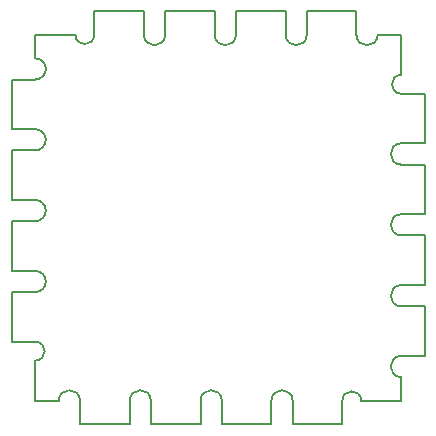
<source format=gbr>
G04 #@! TF.GenerationSoftware,KiCad,Pcbnew,(5.1.2-1)-1*
G04 #@! TF.CreationDate,2019-05-13T00:28:51-07:00*
G04 #@! TF.ProjectId,Left,4c656674-2e6b-4696-9361-645f70636258,rev?*
G04 #@! TF.SameCoordinates,Original*
G04 #@! TF.FileFunction,Profile,NP*
%FSLAX46Y46*%
G04 Gerber Fmt 4.6, Leading zero omitted, Abs format (unit mm)*
G04 Created by KiCad (PCBNEW (5.1.2-1)-1) date 2019-05-13 00:28:51*
%MOMM*%
%LPD*%
G04 APERTURE LIST*
%ADD10C,0.200000*%
G04 APERTURE END LIST*
D10*
X150770000Y-95329999D02*
G75*
G02X150770000Y-96929999I0J-800000D01*
G01*
X148770001Y-95329999D02*
X150770000Y-95329999D01*
X148770001Y-95329999D02*
X148770001Y-91129999D01*
X148770001Y-91129999D02*
X150770000Y-91129999D01*
X150770002Y-89329999D02*
G75*
G02X150770000Y-91129999I-1J-900000D01*
G01*
X148770001Y-89329999D02*
X150770000Y-89329999D01*
X148770001Y-89329999D02*
X148770001Y-85129999D01*
X148770001Y-85129999D02*
X150770000Y-85129999D01*
X150770002Y-83329999D02*
G75*
G02X150770000Y-85129999I-1J-900000D01*
G01*
X148770001Y-83329999D02*
X150770000Y-83329999D01*
X148770001Y-83329999D02*
X148770001Y-79129999D01*
X148770001Y-79129999D02*
X150770000Y-79129999D01*
X150770002Y-77329999D02*
G75*
G02X150770000Y-79129999I-1J-900000D01*
G01*
X148770001Y-77329999D02*
X150770000Y-77329999D01*
X148770001Y-77329999D02*
X148770001Y-73129999D01*
X148770001Y-73129999D02*
X150770000Y-73129999D01*
X150770002Y-71329999D02*
G75*
G02X150770000Y-73129999I-1J-900000D01*
G01*
X150770001Y-71329999D02*
X150770001Y-69329999D01*
X154170001Y-69329999D02*
X150770001Y-69329999D01*
X155770001Y-69329999D02*
G75*
G02X154170001Y-69329999I-800000J0D01*
G01*
X155770001Y-67329999D02*
X155770001Y-69329999D01*
X155770001Y-67329999D02*
X159970001Y-67329999D01*
X159970001Y-67329999D02*
X159970001Y-69329999D01*
X161770001Y-69329999D02*
G75*
G02X159970001Y-69329999I-900000J0D01*
G01*
X161770001Y-67329999D02*
X161770001Y-69329999D01*
X161770001Y-67329999D02*
X165970001Y-67329999D01*
X165970001Y-67329999D02*
X165970001Y-69329999D01*
X167770001Y-69329999D02*
G75*
G02X165970001Y-69329999I-900000J0D01*
G01*
X167770001Y-67329999D02*
X167770001Y-69329999D01*
X167770001Y-67329999D02*
X171970001Y-67329999D01*
X171970001Y-67329999D02*
X171970001Y-69329999D01*
X173770001Y-69329999D02*
G75*
G02X171970001Y-69329999I-900000J0D01*
G01*
X173770001Y-67329999D02*
X173770001Y-69329999D01*
X173770001Y-67329999D02*
X177970001Y-67329999D01*
X177970001Y-67329999D02*
X177970001Y-69329999D01*
X179770001Y-69329999D02*
G75*
G02X177970001Y-69329999I-900000J0D01*
G01*
X179770001Y-69329999D02*
X181770001Y-69329999D01*
X181770001Y-72729999D02*
X181770001Y-69329999D01*
X181770001Y-74329998D02*
G75*
G02X181770001Y-72730000I0J799999D01*
G01*
X183770001Y-74329999D02*
X181770001Y-74329999D01*
X183770001Y-74329999D02*
X183770001Y-78529999D01*
X183770001Y-78529999D02*
X181770001Y-78529999D01*
X181770001Y-80329998D02*
G75*
G02X181770001Y-78530000I0J899999D01*
G01*
X183770001Y-80329999D02*
X181770001Y-80329999D01*
X183770001Y-80329999D02*
X183770001Y-84529999D01*
X183770001Y-84529999D02*
X181770001Y-84529999D01*
X181770001Y-86329998D02*
G75*
G02X181770001Y-84530000I0J899999D01*
G01*
X183770001Y-86329999D02*
X181770001Y-86329999D01*
X183770001Y-86329999D02*
X183770001Y-90529999D01*
X183770001Y-90529999D02*
X181770001Y-90529999D01*
X181770001Y-92329999D02*
G75*
G02X181770001Y-90529999I0J900000D01*
G01*
X183770001Y-92330000D02*
X181770001Y-92329999D01*
X183770001Y-92330000D02*
X183770001Y-96530000D01*
X183770001Y-96530000D02*
X181770001Y-96530000D01*
X181770001Y-98330000D02*
G75*
G02X181770001Y-96530000I0J900000D01*
G01*
X181770001Y-98330000D02*
X181770001Y-100330000D01*
X178370001Y-100330000D02*
X181770001Y-100330000D01*
X176770002Y-100330000D02*
G75*
G02X178370000Y-100330000I799999J0D01*
G01*
X176770001Y-102329999D02*
X176770001Y-100330000D01*
X176770001Y-102329999D02*
X172570001Y-102329999D01*
X172570001Y-102329999D02*
X172570001Y-100330000D01*
X170770002Y-100330000D02*
G75*
G02X172570000Y-100330000I899999J0D01*
G01*
X170770001Y-102329999D02*
X170770001Y-100330000D01*
X170770001Y-102329999D02*
X166570001Y-102329999D01*
X166570001Y-102329999D02*
X166570001Y-100330000D01*
X164770002Y-100330000D02*
G75*
G02X166570000Y-100330000I899999J0D01*
G01*
X164770001Y-102329999D02*
X164770001Y-100330000D01*
X164770001Y-102329999D02*
X160570001Y-102329999D01*
X160570001Y-102329999D02*
X160570001Y-100330000D01*
X158770001Y-100330000D02*
G75*
G02X160570001Y-100330000I900000J0D01*
G01*
X158770001Y-102329999D02*
X158770001Y-100330000D01*
X158770001Y-102329999D02*
X154570001Y-102329999D01*
X152770000Y-100330000D02*
X150770000Y-100330000D01*
X150770000Y-96929999D02*
X150770000Y-100330000D01*
X154570001Y-102329999D02*
X154570001Y-100330000D01*
X152770000Y-100330000D02*
G75*
G02X154570000Y-100330000I900000J0D01*
G01*
M02*

</source>
